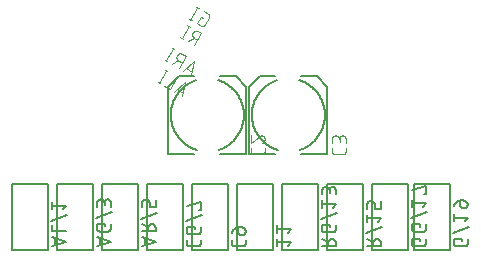
<source format=gbo>
G04 EAGLE Gerber RS-274X export*
G75*
%MOMM*%
%FSLAX34Y34*%
%LPD*%
%INBottom Silkscreen*%
%IPPOS*%
%AMOC8*
5,1,8,0,0,1.08239X$1,22.5*%
G01*
%ADD10C,0.152400*%
%ADD11C,0.127000*%
%ADD12C,0.203200*%
%ADD13C,0.101600*%


D10*
X0Y43180D02*
X30480Y43180D01*
X30480Y-12700D01*
X0Y-12700D01*
X0Y43180D01*
D11*
X33655Y-9525D02*
X45085Y-5715D01*
X33655Y-1905D01*
X36513Y-2858D02*
X36513Y-8573D01*
X33655Y2946D02*
X45085Y2946D01*
X33655Y2946D02*
X33655Y8026D01*
X32385Y11938D02*
X46355Y17018D01*
X42545Y21590D02*
X45085Y24765D01*
X33655Y24765D01*
X33655Y21590D02*
X33655Y27940D01*
D10*
X38100Y43180D02*
X68580Y43180D01*
X68580Y-12700D01*
X38100Y-12700D01*
X38100Y43180D01*
D11*
X71755Y-9525D02*
X83185Y-5715D01*
X71755Y-1905D01*
X74613Y-2858D02*
X74613Y-8573D01*
X78105Y7366D02*
X78105Y9271D01*
X71755Y9271D01*
X71755Y5461D01*
X71757Y5361D01*
X71763Y5262D01*
X71773Y5162D01*
X71786Y5064D01*
X71804Y4965D01*
X71825Y4868D01*
X71850Y4772D01*
X71879Y4676D01*
X71912Y4582D01*
X71948Y4489D01*
X71988Y4398D01*
X72032Y4308D01*
X72079Y4220D01*
X72129Y4134D01*
X72183Y4050D01*
X72240Y3968D01*
X72300Y3889D01*
X72364Y3811D01*
X72430Y3737D01*
X72499Y3665D01*
X72571Y3596D01*
X72645Y3530D01*
X72723Y3466D01*
X72802Y3406D01*
X72884Y3349D01*
X72968Y3295D01*
X73054Y3245D01*
X73142Y3198D01*
X73232Y3154D01*
X73323Y3114D01*
X73416Y3078D01*
X73510Y3045D01*
X73606Y3016D01*
X73702Y2991D01*
X73799Y2970D01*
X73898Y2952D01*
X73996Y2939D01*
X74096Y2929D01*
X74195Y2923D01*
X74295Y2921D01*
X80645Y2921D01*
X80745Y2923D01*
X80844Y2929D01*
X80944Y2939D01*
X81042Y2952D01*
X81141Y2970D01*
X81238Y2991D01*
X81334Y3016D01*
X81430Y3045D01*
X81524Y3078D01*
X81617Y3114D01*
X81708Y3154D01*
X81798Y3198D01*
X81886Y3245D01*
X81972Y3295D01*
X82056Y3349D01*
X82138Y3406D01*
X82217Y3466D01*
X82295Y3530D01*
X82369Y3596D01*
X82441Y3665D01*
X82510Y3737D01*
X82576Y3811D01*
X82640Y3889D01*
X82700Y3968D01*
X82757Y4050D01*
X82811Y4134D01*
X82861Y4220D01*
X82908Y4308D01*
X82952Y4398D01*
X82992Y4489D01*
X83028Y4582D01*
X83061Y4676D01*
X83090Y4772D01*
X83115Y4868D01*
X83136Y4965D01*
X83154Y5064D01*
X83167Y5162D01*
X83177Y5262D01*
X83183Y5361D01*
X83185Y5461D01*
X83185Y9271D01*
X84455Y19304D02*
X70485Y14224D01*
X71755Y23876D02*
X71755Y27051D01*
X71757Y27162D01*
X71763Y27272D01*
X71772Y27383D01*
X71786Y27493D01*
X71803Y27602D01*
X71824Y27711D01*
X71849Y27819D01*
X71878Y27926D01*
X71910Y28032D01*
X71946Y28137D01*
X71986Y28240D01*
X72029Y28342D01*
X72076Y28443D01*
X72127Y28542D01*
X72180Y28638D01*
X72237Y28733D01*
X72298Y28826D01*
X72361Y28917D01*
X72428Y29006D01*
X72498Y29092D01*
X72571Y29175D01*
X72646Y29257D01*
X72724Y29335D01*
X72806Y29410D01*
X72889Y29483D01*
X72975Y29553D01*
X73064Y29620D01*
X73155Y29683D01*
X73248Y29744D01*
X73343Y29801D01*
X73439Y29854D01*
X73538Y29905D01*
X73639Y29952D01*
X73741Y29995D01*
X73844Y30035D01*
X73949Y30071D01*
X74055Y30103D01*
X74162Y30132D01*
X74270Y30157D01*
X74379Y30178D01*
X74488Y30195D01*
X74598Y30209D01*
X74709Y30218D01*
X74819Y30224D01*
X74930Y30226D01*
X75041Y30224D01*
X75151Y30218D01*
X75262Y30209D01*
X75372Y30195D01*
X75481Y30178D01*
X75590Y30157D01*
X75698Y30132D01*
X75805Y30103D01*
X75911Y30071D01*
X76016Y30035D01*
X76119Y29995D01*
X76221Y29952D01*
X76322Y29905D01*
X76421Y29854D01*
X76518Y29801D01*
X76612Y29744D01*
X76705Y29683D01*
X76796Y29620D01*
X76885Y29553D01*
X76971Y29483D01*
X77054Y29410D01*
X77136Y29335D01*
X77214Y29257D01*
X77289Y29175D01*
X77362Y29092D01*
X77432Y29006D01*
X77499Y28917D01*
X77562Y28826D01*
X77623Y28733D01*
X77680Y28639D01*
X77733Y28542D01*
X77784Y28443D01*
X77831Y28342D01*
X77874Y28240D01*
X77914Y28137D01*
X77950Y28032D01*
X77982Y27926D01*
X78011Y27819D01*
X78036Y27711D01*
X78057Y27602D01*
X78074Y27493D01*
X78088Y27383D01*
X78097Y27272D01*
X78103Y27162D01*
X78105Y27051D01*
X83185Y27686D02*
X83185Y23876D01*
X83185Y27686D02*
X83183Y27786D01*
X83177Y27885D01*
X83167Y27985D01*
X83154Y28083D01*
X83136Y28182D01*
X83115Y28279D01*
X83090Y28375D01*
X83061Y28471D01*
X83028Y28565D01*
X82992Y28658D01*
X82952Y28749D01*
X82908Y28839D01*
X82861Y28927D01*
X82811Y29013D01*
X82757Y29097D01*
X82700Y29179D01*
X82640Y29258D01*
X82576Y29336D01*
X82510Y29410D01*
X82441Y29482D01*
X82369Y29551D01*
X82295Y29617D01*
X82217Y29681D01*
X82138Y29741D01*
X82056Y29798D01*
X81972Y29852D01*
X81886Y29902D01*
X81798Y29949D01*
X81708Y29993D01*
X81617Y30033D01*
X81524Y30069D01*
X81430Y30102D01*
X81334Y30131D01*
X81238Y30156D01*
X81141Y30177D01*
X81042Y30195D01*
X80944Y30208D01*
X80844Y30218D01*
X80745Y30224D01*
X80645Y30226D01*
X80545Y30224D01*
X80446Y30218D01*
X80346Y30208D01*
X80248Y30195D01*
X80149Y30177D01*
X80052Y30156D01*
X79956Y30131D01*
X79860Y30102D01*
X79766Y30069D01*
X79673Y30033D01*
X79582Y29993D01*
X79492Y29949D01*
X79404Y29902D01*
X79318Y29852D01*
X79234Y29798D01*
X79152Y29741D01*
X79073Y29681D01*
X78995Y29617D01*
X78921Y29551D01*
X78849Y29482D01*
X78780Y29410D01*
X78714Y29336D01*
X78650Y29258D01*
X78590Y29179D01*
X78533Y29097D01*
X78479Y29013D01*
X78429Y28927D01*
X78382Y28839D01*
X78338Y28749D01*
X78298Y28658D01*
X78262Y28565D01*
X78229Y28471D01*
X78200Y28375D01*
X78175Y28279D01*
X78154Y28182D01*
X78136Y28083D01*
X78123Y27985D01*
X78113Y27885D01*
X78107Y27786D01*
X78105Y27686D01*
X78105Y25146D01*
D10*
X76200Y43180D02*
X106680Y43180D01*
X106680Y-12700D01*
X76200Y-12700D01*
X76200Y43180D01*
D11*
X109855Y-9525D02*
X121285Y-5715D01*
X109855Y-1905D01*
X112713Y-2858D02*
X112713Y-8573D01*
X109855Y3004D02*
X121285Y3004D01*
X121285Y6179D01*
X121283Y6290D01*
X121277Y6400D01*
X121268Y6511D01*
X121254Y6621D01*
X121237Y6730D01*
X121216Y6839D01*
X121191Y6947D01*
X121162Y7054D01*
X121130Y7160D01*
X121094Y7265D01*
X121054Y7368D01*
X121011Y7470D01*
X120964Y7571D01*
X120913Y7670D01*
X120860Y7767D01*
X120803Y7861D01*
X120742Y7954D01*
X120679Y8045D01*
X120612Y8134D01*
X120542Y8220D01*
X120469Y8303D01*
X120394Y8385D01*
X120316Y8463D01*
X120234Y8538D01*
X120151Y8611D01*
X120065Y8681D01*
X119976Y8748D01*
X119885Y8811D01*
X119792Y8872D01*
X119698Y8929D01*
X119601Y8982D01*
X119502Y9033D01*
X119401Y9080D01*
X119299Y9123D01*
X119196Y9163D01*
X119091Y9199D01*
X118985Y9231D01*
X118878Y9260D01*
X118770Y9285D01*
X118661Y9306D01*
X118552Y9323D01*
X118442Y9337D01*
X118331Y9346D01*
X118221Y9352D01*
X118110Y9354D01*
X117999Y9352D01*
X117889Y9346D01*
X117778Y9337D01*
X117668Y9323D01*
X117559Y9306D01*
X117450Y9285D01*
X117342Y9260D01*
X117235Y9231D01*
X117129Y9199D01*
X117024Y9163D01*
X116921Y9123D01*
X116819Y9080D01*
X116718Y9033D01*
X116619Y8982D01*
X116523Y8929D01*
X116428Y8872D01*
X116335Y8811D01*
X116244Y8748D01*
X116155Y8681D01*
X116069Y8611D01*
X115986Y8538D01*
X115904Y8463D01*
X115826Y8385D01*
X115751Y8303D01*
X115678Y8220D01*
X115608Y8134D01*
X115541Y8045D01*
X115478Y7954D01*
X115417Y7861D01*
X115360Y7766D01*
X115307Y7670D01*
X115256Y7571D01*
X115209Y7470D01*
X115166Y7368D01*
X115126Y7265D01*
X115090Y7160D01*
X115058Y7054D01*
X115029Y6947D01*
X115004Y6839D01*
X114983Y6730D01*
X114966Y6621D01*
X114952Y6511D01*
X114943Y6400D01*
X114937Y6290D01*
X114935Y6179D01*
X114935Y3004D01*
X114935Y6814D02*
X109855Y9354D01*
X108585Y13843D02*
X122555Y18923D01*
X109855Y23495D02*
X109855Y27305D01*
X109857Y27405D01*
X109863Y27504D01*
X109873Y27604D01*
X109886Y27702D01*
X109904Y27801D01*
X109925Y27898D01*
X109950Y27994D01*
X109979Y28090D01*
X110012Y28184D01*
X110048Y28277D01*
X110088Y28368D01*
X110132Y28458D01*
X110179Y28546D01*
X110229Y28632D01*
X110283Y28716D01*
X110340Y28798D01*
X110400Y28877D01*
X110464Y28955D01*
X110530Y29029D01*
X110599Y29101D01*
X110671Y29170D01*
X110745Y29236D01*
X110823Y29300D01*
X110902Y29360D01*
X110984Y29417D01*
X111068Y29471D01*
X111154Y29521D01*
X111242Y29568D01*
X111332Y29612D01*
X111423Y29652D01*
X111516Y29688D01*
X111610Y29721D01*
X111706Y29750D01*
X111802Y29775D01*
X111899Y29796D01*
X111998Y29814D01*
X112096Y29827D01*
X112196Y29837D01*
X112295Y29843D01*
X112395Y29845D01*
X113665Y29845D01*
X113765Y29843D01*
X113864Y29837D01*
X113964Y29827D01*
X114062Y29814D01*
X114161Y29796D01*
X114258Y29775D01*
X114354Y29750D01*
X114450Y29721D01*
X114544Y29688D01*
X114637Y29652D01*
X114728Y29612D01*
X114818Y29568D01*
X114906Y29521D01*
X114992Y29471D01*
X115076Y29417D01*
X115158Y29360D01*
X115237Y29300D01*
X115315Y29236D01*
X115389Y29170D01*
X115461Y29101D01*
X115530Y29029D01*
X115596Y28955D01*
X115660Y28877D01*
X115720Y28798D01*
X115777Y28716D01*
X115831Y28632D01*
X115881Y28546D01*
X115928Y28458D01*
X115972Y28368D01*
X116012Y28277D01*
X116048Y28184D01*
X116081Y28090D01*
X116110Y27994D01*
X116135Y27898D01*
X116156Y27801D01*
X116174Y27702D01*
X116187Y27604D01*
X116197Y27504D01*
X116203Y27405D01*
X116205Y27305D01*
X116205Y23495D01*
X121285Y23495D01*
X121285Y29845D01*
D10*
X114300Y43180D02*
X144780Y43180D01*
X144780Y-12700D01*
X114300Y-12700D01*
X114300Y43180D01*
D11*
X147955Y-4445D02*
X147955Y-6985D01*
X147957Y-7085D01*
X147963Y-7184D01*
X147973Y-7284D01*
X147986Y-7382D01*
X148004Y-7481D01*
X148025Y-7578D01*
X148050Y-7674D01*
X148079Y-7770D01*
X148112Y-7864D01*
X148148Y-7957D01*
X148188Y-8048D01*
X148232Y-8138D01*
X148279Y-8226D01*
X148329Y-8312D01*
X148383Y-8396D01*
X148440Y-8478D01*
X148500Y-8557D01*
X148564Y-8635D01*
X148630Y-8709D01*
X148699Y-8781D01*
X148771Y-8850D01*
X148845Y-8916D01*
X148923Y-8980D01*
X149002Y-9040D01*
X149084Y-9097D01*
X149168Y-9151D01*
X149254Y-9201D01*
X149342Y-9248D01*
X149432Y-9292D01*
X149523Y-9332D01*
X149616Y-9368D01*
X149710Y-9401D01*
X149806Y-9430D01*
X149902Y-9455D01*
X149999Y-9476D01*
X150098Y-9494D01*
X150196Y-9507D01*
X150296Y-9517D01*
X150395Y-9523D01*
X150495Y-9525D01*
X156845Y-9525D01*
X156945Y-9523D01*
X157044Y-9517D01*
X157144Y-9507D01*
X157242Y-9494D01*
X157341Y-9476D01*
X157438Y-9455D01*
X157534Y-9430D01*
X157630Y-9401D01*
X157724Y-9368D01*
X157817Y-9332D01*
X157908Y-9292D01*
X157998Y-9248D01*
X158086Y-9201D01*
X158172Y-9151D01*
X158256Y-9097D01*
X158338Y-9040D01*
X158417Y-8980D01*
X158495Y-8916D01*
X158569Y-8850D01*
X158641Y-8781D01*
X158710Y-8709D01*
X158776Y-8635D01*
X158840Y-8557D01*
X158900Y-8478D01*
X158957Y-8396D01*
X159011Y-8312D01*
X159061Y-8226D01*
X159108Y-8138D01*
X159152Y-8048D01*
X159192Y-7957D01*
X159228Y-7864D01*
X159261Y-7770D01*
X159290Y-7674D01*
X159315Y-7578D01*
X159336Y-7481D01*
X159354Y-7382D01*
X159367Y-7284D01*
X159377Y-7184D01*
X159383Y-7085D01*
X159385Y-6985D01*
X159385Y-4445D01*
X154305Y4863D02*
X154305Y6768D01*
X147955Y6768D01*
X147955Y2958D01*
X147957Y2858D01*
X147963Y2759D01*
X147973Y2659D01*
X147986Y2561D01*
X148004Y2462D01*
X148025Y2365D01*
X148050Y2269D01*
X148079Y2173D01*
X148112Y2079D01*
X148148Y1986D01*
X148188Y1895D01*
X148232Y1805D01*
X148279Y1717D01*
X148329Y1631D01*
X148383Y1547D01*
X148440Y1465D01*
X148500Y1386D01*
X148564Y1308D01*
X148630Y1234D01*
X148699Y1162D01*
X148771Y1093D01*
X148845Y1027D01*
X148923Y963D01*
X149002Y903D01*
X149084Y846D01*
X149168Y792D01*
X149254Y742D01*
X149342Y695D01*
X149432Y651D01*
X149523Y611D01*
X149616Y575D01*
X149710Y542D01*
X149806Y513D01*
X149902Y488D01*
X149999Y467D01*
X150098Y449D01*
X150196Y436D01*
X150296Y426D01*
X150395Y420D01*
X150495Y418D01*
X156845Y418D01*
X156945Y420D01*
X157044Y426D01*
X157144Y436D01*
X157242Y449D01*
X157341Y467D01*
X157438Y488D01*
X157534Y513D01*
X157630Y542D01*
X157724Y575D01*
X157817Y611D01*
X157908Y651D01*
X157998Y695D01*
X158086Y742D01*
X158172Y792D01*
X158256Y846D01*
X158338Y903D01*
X158417Y963D01*
X158495Y1027D01*
X158569Y1093D01*
X158641Y1162D01*
X158710Y1234D01*
X158776Y1308D01*
X158840Y1386D01*
X158900Y1465D01*
X158957Y1547D01*
X159011Y1631D01*
X159061Y1717D01*
X159108Y1805D01*
X159152Y1895D01*
X159192Y1986D01*
X159228Y2079D01*
X159261Y2173D01*
X159290Y2269D01*
X159315Y2365D01*
X159336Y2462D01*
X159354Y2561D01*
X159367Y2659D01*
X159377Y2759D01*
X159383Y2858D01*
X159385Y2958D01*
X159385Y6768D01*
X160655Y16801D02*
X146685Y11721D01*
X158115Y21373D02*
X159385Y21373D01*
X159385Y27723D01*
X147955Y24548D01*
D10*
X152400Y43180D02*
X182880Y43180D01*
X182880Y-12700D01*
X152400Y-12700D01*
X152400Y43180D01*
D11*
X186055Y-4445D02*
X186055Y-6985D01*
X186057Y-7085D01*
X186063Y-7184D01*
X186073Y-7284D01*
X186086Y-7382D01*
X186104Y-7481D01*
X186125Y-7578D01*
X186150Y-7674D01*
X186179Y-7770D01*
X186212Y-7864D01*
X186248Y-7957D01*
X186288Y-8048D01*
X186332Y-8138D01*
X186379Y-8226D01*
X186429Y-8312D01*
X186483Y-8396D01*
X186540Y-8478D01*
X186600Y-8557D01*
X186664Y-8635D01*
X186730Y-8709D01*
X186799Y-8781D01*
X186871Y-8850D01*
X186945Y-8916D01*
X187023Y-8980D01*
X187102Y-9040D01*
X187184Y-9097D01*
X187268Y-9151D01*
X187354Y-9201D01*
X187442Y-9248D01*
X187532Y-9292D01*
X187623Y-9332D01*
X187716Y-9368D01*
X187810Y-9401D01*
X187906Y-9430D01*
X188002Y-9455D01*
X188099Y-9476D01*
X188198Y-9494D01*
X188296Y-9507D01*
X188396Y-9517D01*
X188495Y-9523D01*
X188595Y-9525D01*
X194945Y-9525D01*
X195045Y-9523D01*
X195144Y-9517D01*
X195244Y-9507D01*
X195342Y-9494D01*
X195441Y-9476D01*
X195538Y-9455D01*
X195634Y-9430D01*
X195730Y-9401D01*
X195824Y-9368D01*
X195917Y-9332D01*
X196008Y-9292D01*
X196098Y-9248D01*
X196186Y-9201D01*
X196272Y-9151D01*
X196356Y-9097D01*
X196438Y-9040D01*
X196517Y-8980D01*
X196595Y-8916D01*
X196669Y-8850D01*
X196741Y-8781D01*
X196810Y-8709D01*
X196876Y-8635D01*
X196940Y-8557D01*
X197000Y-8478D01*
X197057Y-8396D01*
X197111Y-8312D01*
X197161Y-8226D01*
X197208Y-8138D01*
X197252Y-8048D01*
X197292Y-7957D01*
X197328Y-7864D01*
X197361Y-7770D01*
X197390Y-7674D01*
X197415Y-7578D01*
X197436Y-7481D01*
X197454Y-7382D01*
X197467Y-7284D01*
X197477Y-7184D01*
X197483Y-7085D01*
X197485Y-6985D01*
X197485Y-4445D01*
X191135Y2577D02*
X191135Y6387D01*
X191135Y2577D02*
X191137Y2477D01*
X191143Y2378D01*
X191153Y2278D01*
X191166Y2180D01*
X191184Y2081D01*
X191205Y1984D01*
X191230Y1888D01*
X191259Y1792D01*
X191292Y1698D01*
X191328Y1605D01*
X191368Y1514D01*
X191412Y1424D01*
X191459Y1336D01*
X191509Y1250D01*
X191563Y1166D01*
X191620Y1084D01*
X191680Y1005D01*
X191744Y927D01*
X191810Y853D01*
X191879Y781D01*
X191951Y712D01*
X192025Y646D01*
X192103Y582D01*
X192182Y522D01*
X192264Y465D01*
X192348Y411D01*
X192434Y361D01*
X192522Y314D01*
X192612Y270D01*
X192703Y230D01*
X192796Y194D01*
X192890Y161D01*
X192986Y132D01*
X193082Y107D01*
X193179Y86D01*
X193278Y68D01*
X193376Y55D01*
X193476Y45D01*
X193575Y39D01*
X193675Y37D01*
X194310Y37D01*
X194421Y39D01*
X194531Y45D01*
X194642Y54D01*
X194752Y68D01*
X194861Y85D01*
X194970Y106D01*
X195078Y131D01*
X195185Y160D01*
X195291Y192D01*
X195396Y228D01*
X195499Y268D01*
X195601Y311D01*
X195702Y358D01*
X195801Y409D01*
X195897Y462D01*
X195992Y519D01*
X196085Y580D01*
X196176Y643D01*
X196265Y710D01*
X196351Y780D01*
X196434Y853D01*
X196516Y928D01*
X196594Y1006D01*
X196669Y1088D01*
X196742Y1171D01*
X196812Y1257D01*
X196879Y1346D01*
X196942Y1437D01*
X197003Y1530D01*
X197060Y1624D01*
X197113Y1721D01*
X197164Y1820D01*
X197211Y1921D01*
X197254Y2023D01*
X197294Y2126D01*
X197330Y2231D01*
X197362Y2337D01*
X197391Y2444D01*
X197416Y2552D01*
X197437Y2661D01*
X197454Y2770D01*
X197468Y2880D01*
X197477Y2991D01*
X197483Y3101D01*
X197485Y3212D01*
X197483Y3323D01*
X197477Y3433D01*
X197468Y3544D01*
X197454Y3654D01*
X197437Y3763D01*
X197416Y3872D01*
X197391Y3980D01*
X197362Y4087D01*
X197330Y4193D01*
X197294Y4298D01*
X197254Y4401D01*
X197211Y4503D01*
X197164Y4604D01*
X197113Y4703D01*
X197060Y4799D01*
X197003Y4894D01*
X196942Y4987D01*
X196879Y5078D01*
X196812Y5167D01*
X196742Y5253D01*
X196669Y5336D01*
X196594Y5418D01*
X196516Y5496D01*
X196434Y5571D01*
X196351Y5644D01*
X196265Y5714D01*
X196176Y5781D01*
X196085Y5844D01*
X195992Y5905D01*
X195898Y5962D01*
X195801Y6015D01*
X195702Y6066D01*
X195601Y6113D01*
X195499Y6156D01*
X195396Y6196D01*
X195291Y6232D01*
X195185Y6264D01*
X195078Y6293D01*
X194970Y6318D01*
X194861Y6339D01*
X194752Y6356D01*
X194642Y6370D01*
X194531Y6379D01*
X194421Y6385D01*
X194310Y6387D01*
X191135Y6387D01*
X190995Y6385D01*
X190855Y6379D01*
X190715Y6370D01*
X190576Y6356D01*
X190437Y6339D01*
X190299Y6318D01*
X190161Y6293D01*
X190024Y6264D01*
X189888Y6232D01*
X189753Y6195D01*
X189619Y6155D01*
X189486Y6112D01*
X189354Y6064D01*
X189223Y6014D01*
X189094Y5959D01*
X188967Y5901D01*
X188841Y5840D01*
X188717Y5775D01*
X188595Y5706D01*
X188475Y5635D01*
X188357Y5560D01*
X188240Y5482D01*
X188126Y5400D01*
X188015Y5316D01*
X187906Y5228D01*
X187799Y5138D01*
X187694Y5044D01*
X187593Y4948D01*
X187494Y4849D01*
X187398Y4748D01*
X187304Y4643D01*
X187214Y4536D01*
X187126Y4427D01*
X187042Y4316D01*
X186960Y4202D01*
X186882Y4085D01*
X186807Y3967D01*
X186736Y3847D01*
X186667Y3725D01*
X186602Y3601D01*
X186541Y3475D01*
X186483Y3348D01*
X186428Y3219D01*
X186378Y3088D01*
X186330Y2956D01*
X186287Y2823D01*
X186247Y2689D01*
X186210Y2554D01*
X186178Y2418D01*
X186149Y2281D01*
X186124Y2143D01*
X186103Y2005D01*
X186086Y1866D01*
X186072Y1727D01*
X186063Y1587D01*
X186057Y1447D01*
X186055Y1307D01*
D10*
X190500Y43180D02*
X220980Y43180D01*
X220980Y-12700D01*
X190500Y-12700D01*
X190500Y43180D01*
D11*
X235585Y-6350D02*
X233045Y-9525D01*
X235585Y-6350D02*
X224155Y-6350D01*
X224155Y-9525D02*
X224155Y-3175D01*
X233045Y1905D02*
X235585Y5080D01*
X224155Y5080D01*
X224155Y1905D02*
X224155Y8255D01*
D10*
X228600Y43180D02*
X259080Y43180D01*
X259080Y-12700D01*
X228600Y-12700D01*
X228600Y43180D01*
D11*
X262255Y-9525D02*
X273685Y-9525D01*
X273685Y-6350D01*
X273683Y-6239D01*
X273677Y-6129D01*
X273668Y-6018D01*
X273654Y-5908D01*
X273637Y-5799D01*
X273616Y-5690D01*
X273591Y-5582D01*
X273562Y-5475D01*
X273530Y-5369D01*
X273494Y-5264D01*
X273454Y-5161D01*
X273411Y-5059D01*
X273364Y-4958D01*
X273313Y-4859D01*
X273260Y-4763D01*
X273203Y-4668D01*
X273142Y-4575D01*
X273079Y-4484D01*
X273012Y-4395D01*
X272942Y-4309D01*
X272869Y-4226D01*
X272794Y-4144D01*
X272716Y-4066D01*
X272634Y-3991D01*
X272551Y-3918D01*
X272465Y-3848D01*
X272376Y-3781D01*
X272285Y-3718D01*
X272192Y-3657D01*
X272098Y-3600D01*
X272001Y-3547D01*
X271902Y-3496D01*
X271801Y-3449D01*
X271699Y-3406D01*
X271596Y-3366D01*
X271491Y-3330D01*
X271385Y-3298D01*
X271278Y-3269D01*
X271170Y-3244D01*
X271061Y-3223D01*
X270952Y-3206D01*
X270842Y-3192D01*
X270731Y-3183D01*
X270621Y-3177D01*
X270510Y-3175D01*
X270399Y-3177D01*
X270289Y-3183D01*
X270178Y-3192D01*
X270068Y-3206D01*
X269959Y-3223D01*
X269850Y-3244D01*
X269742Y-3269D01*
X269635Y-3298D01*
X269529Y-3330D01*
X269424Y-3366D01*
X269321Y-3406D01*
X269219Y-3449D01*
X269118Y-3496D01*
X269019Y-3547D01*
X268923Y-3600D01*
X268828Y-3657D01*
X268735Y-3718D01*
X268644Y-3781D01*
X268555Y-3848D01*
X268469Y-3918D01*
X268386Y-3991D01*
X268304Y-4066D01*
X268226Y-4144D01*
X268151Y-4226D01*
X268078Y-4309D01*
X268008Y-4395D01*
X267941Y-4484D01*
X267878Y-4575D01*
X267817Y-4668D01*
X267760Y-4763D01*
X267707Y-4859D01*
X267656Y-4958D01*
X267609Y-5059D01*
X267566Y-5161D01*
X267526Y-5264D01*
X267490Y-5369D01*
X267458Y-5475D01*
X267429Y-5582D01*
X267404Y-5690D01*
X267383Y-5799D01*
X267366Y-5908D01*
X267352Y-6018D01*
X267343Y-6129D01*
X267337Y-6239D01*
X267335Y-6350D01*
X267335Y-9525D01*
X267335Y-5715D02*
X262255Y-3175D01*
X268605Y6648D02*
X268605Y8553D01*
X262255Y8553D01*
X262255Y4743D01*
X262257Y4643D01*
X262263Y4544D01*
X262273Y4444D01*
X262286Y4346D01*
X262304Y4247D01*
X262325Y4150D01*
X262350Y4054D01*
X262379Y3958D01*
X262412Y3864D01*
X262448Y3771D01*
X262488Y3680D01*
X262532Y3590D01*
X262579Y3502D01*
X262629Y3416D01*
X262683Y3332D01*
X262740Y3250D01*
X262800Y3171D01*
X262864Y3093D01*
X262930Y3019D01*
X262999Y2947D01*
X263071Y2878D01*
X263145Y2812D01*
X263223Y2748D01*
X263302Y2688D01*
X263384Y2631D01*
X263468Y2577D01*
X263554Y2527D01*
X263642Y2480D01*
X263732Y2436D01*
X263823Y2396D01*
X263916Y2360D01*
X264010Y2327D01*
X264106Y2298D01*
X264202Y2273D01*
X264299Y2252D01*
X264398Y2234D01*
X264496Y2221D01*
X264596Y2211D01*
X264695Y2205D01*
X264795Y2203D01*
X271145Y2203D01*
X271245Y2205D01*
X271344Y2211D01*
X271444Y2221D01*
X271542Y2234D01*
X271641Y2252D01*
X271738Y2273D01*
X271834Y2298D01*
X271930Y2327D01*
X272024Y2360D01*
X272117Y2396D01*
X272208Y2436D01*
X272298Y2480D01*
X272386Y2527D01*
X272472Y2577D01*
X272556Y2631D01*
X272638Y2688D01*
X272717Y2748D01*
X272795Y2812D01*
X272869Y2878D01*
X272941Y2947D01*
X273010Y3019D01*
X273076Y3093D01*
X273140Y3171D01*
X273200Y3250D01*
X273257Y3332D01*
X273311Y3416D01*
X273361Y3502D01*
X273408Y3590D01*
X273452Y3680D01*
X273492Y3771D01*
X273528Y3864D01*
X273561Y3958D01*
X273590Y4054D01*
X273615Y4150D01*
X273636Y4247D01*
X273654Y4346D01*
X273667Y4444D01*
X273677Y4544D01*
X273683Y4643D01*
X273685Y4743D01*
X273685Y8553D01*
X274955Y18586D02*
X260985Y13506D01*
X271145Y23158D02*
X273685Y26333D01*
X262255Y26333D01*
X262255Y23158D02*
X262255Y29508D01*
X262255Y34588D02*
X262255Y37763D01*
X262257Y37874D01*
X262263Y37984D01*
X262272Y38095D01*
X262286Y38205D01*
X262303Y38314D01*
X262324Y38423D01*
X262349Y38531D01*
X262378Y38638D01*
X262410Y38744D01*
X262446Y38849D01*
X262486Y38952D01*
X262529Y39054D01*
X262576Y39155D01*
X262627Y39254D01*
X262680Y39350D01*
X262737Y39445D01*
X262798Y39538D01*
X262861Y39629D01*
X262928Y39718D01*
X262998Y39804D01*
X263071Y39887D01*
X263146Y39969D01*
X263224Y40047D01*
X263306Y40122D01*
X263389Y40195D01*
X263475Y40265D01*
X263564Y40332D01*
X263655Y40395D01*
X263748Y40456D01*
X263843Y40513D01*
X263939Y40566D01*
X264038Y40617D01*
X264139Y40664D01*
X264241Y40707D01*
X264344Y40747D01*
X264449Y40783D01*
X264555Y40815D01*
X264662Y40844D01*
X264770Y40869D01*
X264879Y40890D01*
X264988Y40907D01*
X265098Y40921D01*
X265209Y40930D01*
X265319Y40936D01*
X265430Y40938D01*
X265541Y40936D01*
X265651Y40930D01*
X265762Y40921D01*
X265872Y40907D01*
X265981Y40890D01*
X266090Y40869D01*
X266198Y40844D01*
X266305Y40815D01*
X266411Y40783D01*
X266516Y40747D01*
X266619Y40707D01*
X266721Y40664D01*
X266822Y40617D01*
X266921Y40566D01*
X267018Y40513D01*
X267112Y40456D01*
X267205Y40395D01*
X267296Y40332D01*
X267385Y40265D01*
X267471Y40195D01*
X267554Y40122D01*
X267636Y40047D01*
X267714Y39969D01*
X267789Y39887D01*
X267862Y39804D01*
X267932Y39718D01*
X267999Y39629D01*
X268062Y39538D01*
X268123Y39445D01*
X268180Y39351D01*
X268233Y39254D01*
X268284Y39155D01*
X268331Y39054D01*
X268374Y38952D01*
X268414Y38849D01*
X268450Y38744D01*
X268482Y38638D01*
X268511Y38531D01*
X268536Y38423D01*
X268557Y38314D01*
X268574Y38205D01*
X268588Y38095D01*
X268597Y37984D01*
X268603Y37874D01*
X268605Y37763D01*
X273685Y38398D02*
X273685Y34588D01*
X273685Y38398D02*
X273683Y38498D01*
X273677Y38597D01*
X273667Y38697D01*
X273654Y38795D01*
X273636Y38894D01*
X273615Y38991D01*
X273590Y39087D01*
X273561Y39183D01*
X273528Y39277D01*
X273492Y39370D01*
X273452Y39461D01*
X273408Y39551D01*
X273361Y39639D01*
X273311Y39725D01*
X273257Y39809D01*
X273200Y39891D01*
X273140Y39970D01*
X273076Y40048D01*
X273010Y40122D01*
X272941Y40194D01*
X272869Y40263D01*
X272795Y40329D01*
X272717Y40393D01*
X272638Y40453D01*
X272556Y40510D01*
X272472Y40564D01*
X272386Y40614D01*
X272298Y40661D01*
X272208Y40705D01*
X272117Y40745D01*
X272024Y40781D01*
X271930Y40814D01*
X271834Y40843D01*
X271738Y40868D01*
X271641Y40889D01*
X271542Y40907D01*
X271444Y40920D01*
X271344Y40930D01*
X271245Y40936D01*
X271145Y40938D01*
X271045Y40936D01*
X270946Y40930D01*
X270846Y40920D01*
X270748Y40907D01*
X270649Y40889D01*
X270552Y40868D01*
X270456Y40843D01*
X270360Y40814D01*
X270266Y40781D01*
X270173Y40745D01*
X270082Y40705D01*
X269992Y40661D01*
X269904Y40614D01*
X269818Y40564D01*
X269734Y40510D01*
X269652Y40453D01*
X269573Y40393D01*
X269495Y40329D01*
X269421Y40263D01*
X269349Y40194D01*
X269280Y40122D01*
X269214Y40048D01*
X269150Y39970D01*
X269090Y39891D01*
X269033Y39809D01*
X268979Y39725D01*
X268929Y39639D01*
X268882Y39551D01*
X268838Y39461D01*
X268798Y39370D01*
X268762Y39277D01*
X268729Y39183D01*
X268700Y39087D01*
X268675Y38991D01*
X268654Y38894D01*
X268636Y38795D01*
X268623Y38697D01*
X268613Y38597D01*
X268607Y38498D01*
X268605Y38398D01*
X268605Y35858D01*
D10*
X266700Y43180D02*
X297180Y43180D01*
X297180Y-12700D01*
X266700Y-12700D01*
X266700Y43180D01*
D11*
X300355Y-9525D02*
X311785Y-9525D01*
X311785Y-6350D01*
X311783Y-6239D01*
X311777Y-6129D01*
X311768Y-6018D01*
X311754Y-5908D01*
X311737Y-5799D01*
X311716Y-5690D01*
X311691Y-5582D01*
X311662Y-5475D01*
X311630Y-5369D01*
X311594Y-5264D01*
X311554Y-5161D01*
X311511Y-5059D01*
X311464Y-4958D01*
X311413Y-4859D01*
X311360Y-4763D01*
X311303Y-4668D01*
X311242Y-4575D01*
X311179Y-4484D01*
X311112Y-4395D01*
X311042Y-4309D01*
X310969Y-4226D01*
X310894Y-4144D01*
X310816Y-4066D01*
X310734Y-3991D01*
X310651Y-3918D01*
X310565Y-3848D01*
X310476Y-3781D01*
X310385Y-3718D01*
X310292Y-3657D01*
X310198Y-3600D01*
X310101Y-3547D01*
X310002Y-3496D01*
X309901Y-3449D01*
X309799Y-3406D01*
X309696Y-3366D01*
X309591Y-3330D01*
X309485Y-3298D01*
X309378Y-3269D01*
X309270Y-3244D01*
X309161Y-3223D01*
X309052Y-3206D01*
X308942Y-3192D01*
X308831Y-3183D01*
X308721Y-3177D01*
X308610Y-3175D01*
X308499Y-3177D01*
X308389Y-3183D01*
X308278Y-3192D01*
X308168Y-3206D01*
X308059Y-3223D01*
X307950Y-3244D01*
X307842Y-3269D01*
X307735Y-3298D01*
X307629Y-3330D01*
X307524Y-3366D01*
X307421Y-3406D01*
X307319Y-3449D01*
X307218Y-3496D01*
X307119Y-3547D01*
X307023Y-3600D01*
X306928Y-3657D01*
X306835Y-3718D01*
X306744Y-3781D01*
X306655Y-3848D01*
X306569Y-3918D01*
X306486Y-3991D01*
X306404Y-4066D01*
X306326Y-4144D01*
X306251Y-4226D01*
X306178Y-4309D01*
X306108Y-4395D01*
X306041Y-4484D01*
X305978Y-4575D01*
X305917Y-4668D01*
X305860Y-4763D01*
X305807Y-4859D01*
X305756Y-4958D01*
X305709Y-5059D01*
X305666Y-5161D01*
X305626Y-5264D01*
X305590Y-5369D01*
X305558Y-5475D01*
X305529Y-5582D01*
X305504Y-5690D01*
X305483Y-5799D01*
X305466Y-5908D01*
X305452Y-6018D01*
X305443Y-6129D01*
X305437Y-6239D01*
X305435Y-6350D01*
X305435Y-9525D01*
X305435Y-5715D02*
X300355Y-3175D01*
X299085Y1314D02*
X313055Y6394D01*
X309245Y10966D02*
X311785Y14141D01*
X300355Y14141D01*
X300355Y10966D02*
X300355Y17316D01*
X300355Y22396D02*
X300355Y26206D01*
X300357Y26306D01*
X300363Y26405D01*
X300373Y26505D01*
X300386Y26603D01*
X300404Y26702D01*
X300425Y26799D01*
X300450Y26895D01*
X300479Y26991D01*
X300512Y27085D01*
X300548Y27178D01*
X300588Y27269D01*
X300632Y27359D01*
X300679Y27447D01*
X300729Y27533D01*
X300783Y27617D01*
X300840Y27699D01*
X300900Y27778D01*
X300964Y27856D01*
X301030Y27930D01*
X301099Y28002D01*
X301171Y28071D01*
X301245Y28137D01*
X301323Y28201D01*
X301402Y28261D01*
X301484Y28318D01*
X301568Y28372D01*
X301654Y28422D01*
X301742Y28469D01*
X301832Y28513D01*
X301923Y28553D01*
X302016Y28589D01*
X302110Y28622D01*
X302206Y28651D01*
X302302Y28676D01*
X302399Y28697D01*
X302498Y28715D01*
X302596Y28728D01*
X302696Y28738D01*
X302795Y28744D01*
X302895Y28746D01*
X304165Y28746D01*
X304265Y28744D01*
X304364Y28738D01*
X304464Y28728D01*
X304562Y28715D01*
X304661Y28697D01*
X304758Y28676D01*
X304854Y28651D01*
X304950Y28622D01*
X305044Y28589D01*
X305137Y28553D01*
X305228Y28513D01*
X305318Y28469D01*
X305406Y28422D01*
X305492Y28372D01*
X305576Y28318D01*
X305658Y28261D01*
X305737Y28201D01*
X305815Y28137D01*
X305889Y28071D01*
X305961Y28002D01*
X306030Y27930D01*
X306096Y27856D01*
X306160Y27778D01*
X306220Y27699D01*
X306277Y27617D01*
X306331Y27533D01*
X306381Y27447D01*
X306428Y27359D01*
X306472Y27269D01*
X306512Y27178D01*
X306548Y27085D01*
X306581Y26991D01*
X306610Y26895D01*
X306635Y26799D01*
X306656Y26702D01*
X306674Y26603D01*
X306687Y26505D01*
X306697Y26405D01*
X306703Y26306D01*
X306705Y26206D01*
X306705Y22396D01*
X311785Y22396D01*
X311785Y28746D01*
D10*
X304800Y43180D02*
X335280Y43180D01*
X335280Y-12700D01*
X304800Y-12700D01*
X304800Y43180D01*
D11*
X344805Y-3175D02*
X344805Y-5080D01*
X344805Y-3175D02*
X338455Y-3175D01*
X338455Y-6985D01*
X338457Y-7085D01*
X338463Y-7184D01*
X338473Y-7284D01*
X338486Y-7382D01*
X338504Y-7481D01*
X338525Y-7578D01*
X338550Y-7674D01*
X338579Y-7770D01*
X338612Y-7864D01*
X338648Y-7957D01*
X338688Y-8048D01*
X338732Y-8138D01*
X338779Y-8226D01*
X338829Y-8312D01*
X338883Y-8396D01*
X338940Y-8478D01*
X339000Y-8557D01*
X339064Y-8635D01*
X339130Y-8709D01*
X339199Y-8781D01*
X339271Y-8850D01*
X339345Y-8916D01*
X339423Y-8980D01*
X339502Y-9040D01*
X339584Y-9097D01*
X339668Y-9151D01*
X339754Y-9201D01*
X339842Y-9248D01*
X339932Y-9292D01*
X340023Y-9332D01*
X340116Y-9368D01*
X340210Y-9401D01*
X340306Y-9430D01*
X340402Y-9455D01*
X340499Y-9476D01*
X340598Y-9494D01*
X340696Y-9507D01*
X340796Y-9517D01*
X340895Y-9523D01*
X340995Y-9525D01*
X347345Y-9525D01*
X347445Y-9523D01*
X347544Y-9517D01*
X347644Y-9507D01*
X347742Y-9494D01*
X347841Y-9476D01*
X347938Y-9455D01*
X348034Y-9430D01*
X348130Y-9401D01*
X348224Y-9368D01*
X348317Y-9332D01*
X348408Y-9292D01*
X348498Y-9248D01*
X348586Y-9201D01*
X348672Y-9151D01*
X348756Y-9097D01*
X348838Y-9040D01*
X348917Y-8980D01*
X348995Y-8916D01*
X349069Y-8850D01*
X349141Y-8781D01*
X349210Y-8709D01*
X349276Y-8635D01*
X349340Y-8557D01*
X349400Y-8478D01*
X349457Y-8396D01*
X349511Y-8312D01*
X349561Y-8226D01*
X349608Y-8138D01*
X349652Y-8048D01*
X349692Y-7957D01*
X349728Y-7864D01*
X349761Y-7770D01*
X349790Y-7674D01*
X349815Y-7578D01*
X349836Y-7481D01*
X349854Y-7382D01*
X349867Y-7284D01*
X349877Y-7184D01*
X349883Y-7085D01*
X349885Y-6985D01*
X349885Y-3175D01*
X344805Y7112D02*
X344805Y9017D01*
X338455Y9017D01*
X338455Y5207D01*
X338457Y5107D01*
X338463Y5008D01*
X338473Y4908D01*
X338486Y4810D01*
X338504Y4711D01*
X338525Y4614D01*
X338550Y4518D01*
X338579Y4422D01*
X338612Y4328D01*
X338648Y4235D01*
X338688Y4144D01*
X338732Y4054D01*
X338779Y3966D01*
X338829Y3880D01*
X338883Y3796D01*
X338940Y3714D01*
X339000Y3635D01*
X339064Y3557D01*
X339130Y3483D01*
X339199Y3411D01*
X339271Y3342D01*
X339345Y3276D01*
X339423Y3212D01*
X339502Y3152D01*
X339584Y3095D01*
X339668Y3041D01*
X339754Y2991D01*
X339842Y2944D01*
X339932Y2900D01*
X340023Y2860D01*
X340116Y2824D01*
X340210Y2791D01*
X340306Y2762D01*
X340402Y2737D01*
X340499Y2716D01*
X340598Y2698D01*
X340696Y2685D01*
X340796Y2675D01*
X340895Y2669D01*
X340995Y2667D01*
X347345Y2667D01*
X347445Y2669D01*
X347544Y2675D01*
X347644Y2685D01*
X347742Y2698D01*
X347841Y2716D01*
X347938Y2737D01*
X348034Y2762D01*
X348130Y2791D01*
X348224Y2824D01*
X348317Y2860D01*
X348408Y2900D01*
X348498Y2944D01*
X348586Y2991D01*
X348672Y3041D01*
X348756Y3095D01*
X348838Y3152D01*
X348917Y3212D01*
X348995Y3276D01*
X349069Y3342D01*
X349141Y3411D01*
X349210Y3483D01*
X349276Y3557D01*
X349340Y3635D01*
X349400Y3714D01*
X349457Y3796D01*
X349511Y3880D01*
X349561Y3966D01*
X349608Y4054D01*
X349652Y4144D01*
X349692Y4235D01*
X349728Y4328D01*
X349761Y4422D01*
X349790Y4518D01*
X349815Y4614D01*
X349836Y4711D01*
X349854Y4810D01*
X349867Y4908D01*
X349877Y5008D01*
X349883Y5107D01*
X349885Y5207D01*
X349885Y9017D01*
X351155Y19050D02*
X337185Y13970D01*
X347345Y23622D02*
X349885Y26797D01*
X338455Y26797D01*
X338455Y23622D02*
X338455Y29972D01*
X348615Y35052D02*
X349885Y35052D01*
X349885Y41402D01*
X338455Y38227D01*
D10*
X340360Y43180D02*
X370840Y43180D01*
X370840Y-12700D01*
X340360Y-12700D01*
X340360Y43180D01*
D11*
X380365Y-3175D02*
X380365Y-5080D01*
X380365Y-3175D02*
X374015Y-3175D01*
X374015Y-6985D01*
X374017Y-7085D01*
X374023Y-7184D01*
X374033Y-7284D01*
X374046Y-7382D01*
X374064Y-7481D01*
X374085Y-7578D01*
X374110Y-7674D01*
X374139Y-7770D01*
X374172Y-7864D01*
X374208Y-7957D01*
X374248Y-8048D01*
X374292Y-8138D01*
X374339Y-8226D01*
X374389Y-8312D01*
X374443Y-8396D01*
X374500Y-8478D01*
X374560Y-8557D01*
X374624Y-8635D01*
X374690Y-8709D01*
X374759Y-8781D01*
X374831Y-8850D01*
X374905Y-8916D01*
X374983Y-8980D01*
X375062Y-9040D01*
X375144Y-9097D01*
X375228Y-9151D01*
X375314Y-9201D01*
X375402Y-9248D01*
X375492Y-9292D01*
X375583Y-9332D01*
X375676Y-9368D01*
X375770Y-9401D01*
X375866Y-9430D01*
X375962Y-9455D01*
X376059Y-9476D01*
X376158Y-9494D01*
X376256Y-9507D01*
X376356Y-9517D01*
X376455Y-9523D01*
X376555Y-9525D01*
X382905Y-9525D01*
X383005Y-9523D01*
X383104Y-9517D01*
X383204Y-9507D01*
X383302Y-9494D01*
X383401Y-9476D01*
X383498Y-9455D01*
X383594Y-9430D01*
X383690Y-9401D01*
X383784Y-9368D01*
X383877Y-9332D01*
X383968Y-9292D01*
X384058Y-9248D01*
X384146Y-9201D01*
X384232Y-9151D01*
X384316Y-9097D01*
X384398Y-9040D01*
X384477Y-8980D01*
X384555Y-8916D01*
X384629Y-8850D01*
X384701Y-8781D01*
X384770Y-8709D01*
X384836Y-8635D01*
X384900Y-8557D01*
X384960Y-8478D01*
X385017Y-8396D01*
X385071Y-8312D01*
X385121Y-8226D01*
X385168Y-8138D01*
X385212Y-8048D01*
X385252Y-7957D01*
X385288Y-7864D01*
X385321Y-7770D01*
X385350Y-7674D01*
X385375Y-7578D01*
X385396Y-7481D01*
X385414Y-7382D01*
X385427Y-7284D01*
X385437Y-7184D01*
X385443Y-7085D01*
X385445Y-6985D01*
X385445Y-3175D01*
X386715Y6858D02*
X372745Y1778D01*
X382905Y11430D02*
X385445Y14605D01*
X374015Y14605D01*
X374015Y11430D02*
X374015Y17780D01*
X379095Y25400D02*
X379095Y29210D01*
X379095Y25400D02*
X379097Y25300D01*
X379103Y25201D01*
X379113Y25101D01*
X379126Y25003D01*
X379144Y24904D01*
X379165Y24807D01*
X379190Y24711D01*
X379219Y24615D01*
X379252Y24521D01*
X379288Y24428D01*
X379328Y24337D01*
X379372Y24247D01*
X379419Y24159D01*
X379469Y24073D01*
X379523Y23989D01*
X379580Y23907D01*
X379640Y23828D01*
X379704Y23750D01*
X379770Y23676D01*
X379839Y23604D01*
X379911Y23535D01*
X379985Y23469D01*
X380063Y23405D01*
X380142Y23345D01*
X380224Y23288D01*
X380308Y23234D01*
X380394Y23184D01*
X380482Y23137D01*
X380572Y23093D01*
X380663Y23053D01*
X380756Y23017D01*
X380850Y22984D01*
X380946Y22955D01*
X381042Y22930D01*
X381139Y22909D01*
X381238Y22891D01*
X381336Y22878D01*
X381436Y22868D01*
X381535Y22862D01*
X381635Y22860D01*
X382270Y22860D01*
X382381Y22862D01*
X382491Y22868D01*
X382602Y22877D01*
X382712Y22891D01*
X382821Y22908D01*
X382930Y22929D01*
X383038Y22954D01*
X383145Y22983D01*
X383251Y23015D01*
X383356Y23051D01*
X383459Y23091D01*
X383561Y23134D01*
X383662Y23181D01*
X383761Y23232D01*
X383858Y23285D01*
X383952Y23342D01*
X384045Y23403D01*
X384136Y23466D01*
X384225Y23533D01*
X384311Y23603D01*
X384394Y23676D01*
X384476Y23751D01*
X384554Y23829D01*
X384629Y23911D01*
X384702Y23994D01*
X384772Y24080D01*
X384839Y24169D01*
X384902Y24260D01*
X384963Y24353D01*
X385020Y24447D01*
X385073Y24544D01*
X385124Y24643D01*
X385171Y24744D01*
X385214Y24846D01*
X385254Y24949D01*
X385290Y25054D01*
X385322Y25160D01*
X385351Y25267D01*
X385376Y25375D01*
X385397Y25484D01*
X385414Y25593D01*
X385428Y25703D01*
X385437Y25814D01*
X385443Y25924D01*
X385445Y26035D01*
X385443Y26146D01*
X385437Y26256D01*
X385428Y26367D01*
X385414Y26477D01*
X385397Y26586D01*
X385376Y26695D01*
X385351Y26803D01*
X385322Y26910D01*
X385290Y27016D01*
X385254Y27121D01*
X385214Y27224D01*
X385171Y27326D01*
X385124Y27427D01*
X385073Y27526D01*
X385020Y27622D01*
X384963Y27717D01*
X384902Y27810D01*
X384839Y27901D01*
X384772Y27990D01*
X384702Y28076D01*
X384629Y28159D01*
X384554Y28241D01*
X384476Y28319D01*
X384394Y28394D01*
X384311Y28467D01*
X384225Y28537D01*
X384136Y28604D01*
X384045Y28667D01*
X383952Y28728D01*
X383858Y28785D01*
X383761Y28838D01*
X383662Y28889D01*
X383561Y28936D01*
X383459Y28979D01*
X383356Y29019D01*
X383251Y29055D01*
X383145Y29087D01*
X383038Y29116D01*
X382930Y29141D01*
X382821Y29162D01*
X382712Y29179D01*
X382602Y29193D01*
X382491Y29202D01*
X382381Y29208D01*
X382270Y29210D01*
X379095Y29210D01*
X378955Y29208D01*
X378815Y29202D01*
X378675Y29193D01*
X378536Y29179D01*
X378397Y29162D01*
X378259Y29141D01*
X378121Y29116D01*
X377984Y29087D01*
X377848Y29055D01*
X377713Y29018D01*
X377579Y28978D01*
X377446Y28935D01*
X377314Y28887D01*
X377183Y28837D01*
X377054Y28782D01*
X376927Y28724D01*
X376801Y28663D01*
X376677Y28598D01*
X376555Y28529D01*
X376435Y28458D01*
X376317Y28383D01*
X376200Y28305D01*
X376086Y28223D01*
X375975Y28139D01*
X375866Y28051D01*
X375759Y27961D01*
X375654Y27867D01*
X375553Y27771D01*
X375454Y27672D01*
X375358Y27571D01*
X375264Y27466D01*
X375174Y27359D01*
X375086Y27250D01*
X375002Y27139D01*
X374920Y27025D01*
X374842Y26908D01*
X374767Y26790D01*
X374696Y26670D01*
X374627Y26548D01*
X374562Y26424D01*
X374501Y26298D01*
X374443Y26171D01*
X374388Y26042D01*
X374338Y25911D01*
X374290Y25779D01*
X374247Y25646D01*
X374207Y25512D01*
X374170Y25377D01*
X374138Y25241D01*
X374109Y25104D01*
X374084Y24966D01*
X374063Y24828D01*
X374046Y24689D01*
X374032Y24550D01*
X374023Y24410D01*
X374017Y24270D01*
X374015Y24130D01*
D12*
X132100Y68600D02*
X132100Y125600D01*
X132100Y68600D02*
X154100Y68600D01*
X176100Y68600D02*
X198100Y68600D01*
X198100Y125600D01*
X189100Y134600D02*
X176100Y134600D01*
X154100Y134600D02*
X141100Y134600D01*
X132100Y125600D01*
X189100Y134600D02*
X198100Y125600D01*
X155600Y131099D02*
X154886Y130859D01*
X154178Y130602D01*
X153477Y130327D01*
X152782Y130035D01*
X152095Y129727D01*
X151416Y129402D01*
X150744Y129060D01*
X150082Y128702D01*
X149428Y128328D01*
X148783Y127939D01*
X148148Y127533D01*
X147523Y127113D01*
X146909Y126677D01*
X146305Y126226D01*
X145713Y125761D01*
X145132Y125282D01*
X144563Y124788D01*
X144006Y124281D01*
X143461Y123760D01*
X142930Y123227D01*
X142411Y122680D01*
X141907Y122121D01*
X141415Y121550D01*
X140938Y120967D01*
X140476Y120373D01*
X140027Y119767D01*
X139594Y119151D01*
X139176Y118525D01*
X138773Y117888D01*
X138386Y117242D01*
X138015Y116587D01*
X137660Y115922D01*
X137321Y115250D01*
X136999Y114569D01*
X136693Y113880D01*
X136404Y113185D01*
X136132Y112482D01*
X135878Y111773D01*
X135640Y111058D01*
X135421Y110338D01*
X135218Y109612D01*
X135034Y108882D01*
X134867Y108147D01*
X134719Y107409D01*
X134588Y106667D01*
X134476Y105922D01*
X134381Y105175D01*
X134305Y104425D01*
X134248Y103674D01*
X134208Y102922D01*
X134187Y102169D01*
X134184Y101416D01*
X134200Y100663D01*
X134234Y99910D01*
X134286Y99159D01*
X134356Y98409D01*
X134445Y97661D01*
X134552Y96915D01*
X134677Y96173D01*
X134820Y95433D01*
X134981Y94697D01*
X135160Y93966D01*
X135357Y93238D01*
X135572Y92516D01*
X135804Y91800D01*
X136053Y91089D01*
X136320Y90384D01*
X136603Y89687D01*
X136904Y88996D01*
X137221Y88313D01*
X137555Y87638D01*
X137905Y86971D01*
X138272Y86313D01*
X138654Y85664D01*
X139052Y85024D01*
X139465Y84394D01*
X139894Y83775D01*
X140338Y83166D01*
X140796Y82568D01*
X141269Y81982D01*
X141756Y81407D01*
X142256Y80845D01*
X142771Y80294D01*
X143298Y79757D01*
X143839Y79232D01*
X144392Y78721D01*
X144957Y78223D01*
X145535Y77739D01*
X146124Y77270D01*
X146724Y76815D01*
X147335Y76374D01*
X147957Y75949D01*
X148589Y75539D01*
X149230Y75145D01*
X149882Y74766D01*
X150542Y74403D01*
X151211Y74057D01*
X151888Y73726D01*
X152572Y73413D01*
X153265Y73116D01*
X153964Y72836D01*
X154670Y72573D01*
X155382Y72328D01*
X156100Y72100D01*
X174600Y72101D02*
X175314Y72341D01*
X176022Y72598D01*
X176723Y72873D01*
X177418Y73165D01*
X178105Y73473D01*
X178784Y73798D01*
X179456Y74140D01*
X180118Y74498D01*
X180772Y74872D01*
X181417Y75261D01*
X182052Y75667D01*
X182677Y76087D01*
X183291Y76523D01*
X183895Y76974D01*
X184487Y77439D01*
X185068Y77918D01*
X185637Y78412D01*
X186194Y78919D01*
X186739Y79440D01*
X187270Y79973D01*
X187789Y80520D01*
X188293Y81079D01*
X188785Y81650D01*
X189262Y82233D01*
X189724Y82827D01*
X190173Y83433D01*
X190606Y84049D01*
X191024Y84675D01*
X191427Y85312D01*
X191814Y85958D01*
X192185Y86613D01*
X192540Y87278D01*
X192879Y87950D01*
X193201Y88631D01*
X193507Y89320D01*
X193796Y90015D01*
X194068Y90718D01*
X194322Y91427D01*
X194560Y92142D01*
X194779Y92862D01*
X194982Y93588D01*
X195166Y94318D01*
X195333Y95053D01*
X195481Y95791D01*
X195612Y96533D01*
X195724Y97278D01*
X195819Y98025D01*
X195895Y98775D01*
X195952Y99526D01*
X195992Y100278D01*
X196013Y101031D01*
X196016Y101784D01*
X196000Y102537D01*
X195966Y103290D01*
X195914Y104041D01*
X195844Y104791D01*
X195755Y105539D01*
X195648Y106285D01*
X195523Y107027D01*
X195380Y107767D01*
X195219Y108503D01*
X195040Y109234D01*
X194843Y109962D01*
X194628Y110684D01*
X194396Y111400D01*
X194147Y112111D01*
X193880Y112816D01*
X193597Y113513D01*
X193296Y114204D01*
X192979Y114887D01*
X192645Y115562D01*
X192295Y116229D01*
X191928Y116887D01*
X191546Y117536D01*
X191148Y118176D01*
X190735Y118806D01*
X190306Y119425D01*
X189862Y120034D01*
X189404Y120632D01*
X188931Y121218D01*
X188444Y121793D01*
X187944Y122355D01*
X187429Y122906D01*
X186902Y123443D01*
X186361Y123968D01*
X185808Y124479D01*
X185243Y124977D01*
X184665Y125461D01*
X184076Y125930D01*
X183476Y126385D01*
X182865Y126826D01*
X182243Y127251D01*
X181611Y127661D01*
X180970Y128055D01*
X180318Y128434D01*
X179658Y128797D01*
X178989Y129143D01*
X178312Y129474D01*
X177628Y129787D01*
X176935Y130084D01*
X176236Y130364D01*
X175530Y130627D01*
X174818Y130872D01*
X174100Y131100D01*
D13*
X201908Y73401D02*
X201908Y70804D01*
X201910Y70705D01*
X201916Y70605D01*
X201925Y70506D01*
X201938Y70408D01*
X201955Y70310D01*
X201976Y70212D01*
X202001Y70116D01*
X202029Y70021D01*
X202061Y69927D01*
X202096Y69834D01*
X202135Y69742D01*
X202178Y69652D01*
X202223Y69564D01*
X202273Y69477D01*
X202325Y69393D01*
X202381Y69310D01*
X202439Y69230D01*
X202501Y69152D01*
X202566Y69077D01*
X202634Y69004D01*
X202704Y68934D01*
X202777Y68866D01*
X202852Y68801D01*
X202930Y68739D01*
X203010Y68681D01*
X203093Y68625D01*
X203177Y68573D01*
X203264Y68523D01*
X203352Y68478D01*
X203442Y68435D01*
X203534Y68396D01*
X203627Y68361D01*
X203721Y68329D01*
X203816Y68301D01*
X203912Y68276D01*
X204010Y68255D01*
X204108Y68238D01*
X204206Y68225D01*
X204305Y68216D01*
X204405Y68210D01*
X204504Y68208D01*
X210996Y68208D01*
X211095Y68210D01*
X211195Y68216D01*
X211294Y68225D01*
X211392Y68238D01*
X211490Y68255D01*
X211588Y68276D01*
X211684Y68301D01*
X211779Y68329D01*
X211873Y68361D01*
X211966Y68396D01*
X212058Y68435D01*
X212148Y68478D01*
X212236Y68523D01*
X212323Y68573D01*
X212407Y68625D01*
X212490Y68681D01*
X212570Y68739D01*
X212648Y68801D01*
X212723Y68866D01*
X212796Y68934D01*
X212866Y69004D01*
X212934Y69077D01*
X212999Y69152D01*
X213061Y69230D01*
X213119Y69310D01*
X213175Y69393D01*
X213227Y69477D01*
X213277Y69564D01*
X213322Y69652D01*
X213365Y69742D01*
X213404Y69834D01*
X213439Y69926D01*
X213471Y70021D01*
X213499Y70116D01*
X213524Y70212D01*
X213545Y70310D01*
X213562Y70408D01*
X213575Y70506D01*
X213584Y70605D01*
X213590Y70705D01*
X213592Y70804D01*
X213592Y73401D01*
X213592Y81336D02*
X213590Y81443D01*
X213584Y81549D01*
X213574Y81655D01*
X213561Y81761D01*
X213543Y81867D01*
X213522Y81971D01*
X213497Y82075D01*
X213468Y82178D01*
X213436Y82279D01*
X213399Y82379D01*
X213359Y82478D01*
X213316Y82576D01*
X213269Y82672D01*
X213218Y82766D01*
X213164Y82858D01*
X213107Y82948D01*
X213047Y83036D01*
X212983Y83121D01*
X212916Y83204D01*
X212846Y83285D01*
X212774Y83363D01*
X212698Y83439D01*
X212620Y83511D01*
X212539Y83581D01*
X212456Y83648D01*
X212371Y83712D01*
X212283Y83772D01*
X212193Y83829D01*
X212101Y83883D01*
X212007Y83934D01*
X211911Y83981D01*
X211813Y84024D01*
X211714Y84064D01*
X211614Y84101D01*
X211513Y84133D01*
X211410Y84162D01*
X211306Y84187D01*
X211202Y84208D01*
X211096Y84226D01*
X210990Y84239D01*
X210884Y84249D01*
X210778Y84255D01*
X210671Y84257D01*
X213592Y81336D02*
X213590Y81215D01*
X213584Y81094D01*
X213574Y80974D01*
X213561Y80853D01*
X213543Y80734D01*
X213522Y80614D01*
X213497Y80496D01*
X213468Y80379D01*
X213435Y80262D01*
X213399Y80147D01*
X213358Y80033D01*
X213315Y79920D01*
X213267Y79808D01*
X213216Y79699D01*
X213161Y79591D01*
X213103Y79484D01*
X213042Y79380D01*
X212977Y79278D01*
X212909Y79178D01*
X212838Y79080D01*
X212764Y78984D01*
X212687Y78891D01*
X212606Y78801D01*
X212523Y78713D01*
X212437Y78628D01*
X212348Y78545D01*
X212257Y78466D01*
X212163Y78389D01*
X212067Y78316D01*
X211969Y78246D01*
X211868Y78179D01*
X211765Y78115D01*
X211660Y78055D01*
X211553Y77998D01*
X211445Y77944D01*
X211335Y77894D01*
X211223Y77848D01*
X211110Y77805D01*
X210995Y77766D01*
X208399Y83284D02*
X208476Y83363D01*
X208557Y83439D01*
X208640Y83512D01*
X208725Y83582D01*
X208813Y83649D01*
X208903Y83713D01*
X208995Y83773D01*
X209090Y83830D01*
X209186Y83884D01*
X209284Y83935D01*
X209384Y83982D01*
X209486Y84026D01*
X209589Y84066D01*
X209693Y84102D01*
X209799Y84134D01*
X209905Y84163D01*
X210013Y84188D01*
X210121Y84210D01*
X210231Y84227D01*
X210340Y84241D01*
X210450Y84250D01*
X210561Y84256D01*
X210671Y84258D01*
X208399Y83284D02*
X201908Y77766D01*
X201908Y84257D01*
D12*
X200680Y68600D02*
X200680Y125600D01*
X200680Y68600D02*
X222680Y68600D01*
X244680Y68600D02*
X266680Y68600D01*
X266680Y125600D01*
X257680Y134600D02*
X244680Y134600D01*
X222680Y134600D02*
X209680Y134600D01*
X200680Y125600D01*
X257680Y134600D02*
X266680Y125600D01*
X224180Y131099D02*
X223466Y130859D01*
X222758Y130602D01*
X222057Y130327D01*
X221362Y130035D01*
X220675Y129727D01*
X219996Y129402D01*
X219324Y129060D01*
X218662Y128702D01*
X218008Y128328D01*
X217363Y127939D01*
X216728Y127533D01*
X216103Y127113D01*
X215489Y126677D01*
X214885Y126226D01*
X214293Y125761D01*
X213712Y125282D01*
X213143Y124788D01*
X212586Y124281D01*
X212041Y123760D01*
X211510Y123227D01*
X210991Y122680D01*
X210487Y122121D01*
X209995Y121550D01*
X209518Y120967D01*
X209056Y120373D01*
X208607Y119767D01*
X208174Y119151D01*
X207756Y118525D01*
X207353Y117888D01*
X206966Y117242D01*
X206595Y116587D01*
X206240Y115922D01*
X205901Y115250D01*
X205579Y114569D01*
X205273Y113880D01*
X204984Y113185D01*
X204712Y112482D01*
X204458Y111773D01*
X204220Y111058D01*
X204001Y110338D01*
X203798Y109612D01*
X203614Y108882D01*
X203447Y108147D01*
X203299Y107409D01*
X203168Y106667D01*
X203056Y105922D01*
X202961Y105175D01*
X202885Y104425D01*
X202828Y103674D01*
X202788Y102922D01*
X202767Y102169D01*
X202764Y101416D01*
X202780Y100663D01*
X202814Y99910D01*
X202866Y99159D01*
X202936Y98409D01*
X203025Y97661D01*
X203132Y96915D01*
X203257Y96173D01*
X203400Y95433D01*
X203561Y94697D01*
X203740Y93966D01*
X203937Y93238D01*
X204152Y92516D01*
X204384Y91800D01*
X204633Y91089D01*
X204900Y90384D01*
X205183Y89687D01*
X205484Y88996D01*
X205801Y88313D01*
X206135Y87638D01*
X206485Y86971D01*
X206852Y86313D01*
X207234Y85664D01*
X207632Y85024D01*
X208045Y84394D01*
X208474Y83775D01*
X208918Y83166D01*
X209376Y82568D01*
X209849Y81982D01*
X210336Y81407D01*
X210836Y80845D01*
X211351Y80294D01*
X211878Y79757D01*
X212419Y79232D01*
X212972Y78721D01*
X213537Y78223D01*
X214115Y77739D01*
X214704Y77270D01*
X215304Y76815D01*
X215915Y76374D01*
X216537Y75949D01*
X217169Y75539D01*
X217810Y75145D01*
X218462Y74766D01*
X219122Y74403D01*
X219791Y74057D01*
X220468Y73726D01*
X221152Y73413D01*
X221845Y73116D01*
X222544Y72836D01*
X223250Y72573D01*
X223962Y72328D01*
X224680Y72100D01*
X243180Y72101D02*
X243894Y72341D01*
X244602Y72598D01*
X245303Y72873D01*
X245998Y73165D01*
X246685Y73473D01*
X247364Y73798D01*
X248036Y74140D01*
X248698Y74498D01*
X249352Y74872D01*
X249997Y75261D01*
X250632Y75667D01*
X251257Y76087D01*
X251871Y76523D01*
X252475Y76974D01*
X253067Y77439D01*
X253648Y77918D01*
X254217Y78412D01*
X254774Y78919D01*
X255319Y79440D01*
X255850Y79973D01*
X256369Y80520D01*
X256873Y81079D01*
X257365Y81650D01*
X257842Y82233D01*
X258304Y82827D01*
X258753Y83433D01*
X259186Y84049D01*
X259604Y84675D01*
X260007Y85312D01*
X260394Y85958D01*
X260765Y86613D01*
X261120Y87278D01*
X261459Y87950D01*
X261781Y88631D01*
X262087Y89320D01*
X262376Y90015D01*
X262648Y90718D01*
X262902Y91427D01*
X263140Y92142D01*
X263359Y92862D01*
X263562Y93588D01*
X263746Y94318D01*
X263913Y95053D01*
X264061Y95791D01*
X264192Y96533D01*
X264304Y97278D01*
X264399Y98025D01*
X264475Y98775D01*
X264532Y99526D01*
X264572Y100278D01*
X264593Y101031D01*
X264596Y101784D01*
X264580Y102537D01*
X264546Y103290D01*
X264494Y104041D01*
X264424Y104791D01*
X264335Y105539D01*
X264228Y106285D01*
X264103Y107027D01*
X263960Y107767D01*
X263799Y108503D01*
X263620Y109234D01*
X263423Y109962D01*
X263208Y110684D01*
X262976Y111400D01*
X262727Y112111D01*
X262460Y112816D01*
X262177Y113513D01*
X261876Y114204D01*
X261559Y114887D01*
X261225Y115562D01*
X260875Y116229D01*
X260508Y116887D01*
X260126Y117536D01*
X259728Y118176D01*
X259315Y118806D01*
X258886Y119425D01*
X258442Y120034D01*
X257984Y120632D01*
X257511Y121218D01*
X257024Y121793D01*
X256524Y122355D01*
X256009Y122906D01*
X255482Y123443D01*
X254941Y123968D01*
X254388Y124479D01*
X253823Y124977D01*
X253245Y125461D01*
X252656Y125930D01*
X252056Y126385D01*
X251445Y126826D01*
X250823Y127251D01*
X250191Y127661D01*
X249550Y128055D01*
X248898Y128434D01*
X248238Y128797D01*
X247569Y129143D01*
X246892Y129474D01*
X246208Y129787D01*
X245515Y130084D01*
X244816Y130364D01*
X244110Y130627D01*
X243398Y130872D01*
X242680Y131100D01*
D13*
X270488Y73401D02*
X270488Y70804D01*
X270490Y70705D01*
X270496Y70605D01*
X270505Y70506D01*
X270518Y70408D01*
X270535Y70310D01*
X270556Y70212D01*
X270581Y70116D01*
X270609Y70021D01*
X270641Y69927D01*
X270676Y69834D01*
X270715Y69742D01*
X270758Y69652D01*
X270803Y69564D01*
X270853Y69477D01*
X270905Y69393D01*
X270961Y69310D01*
X271019Y69230D01*
X271081Y69152D01*
X271146Y69077D01*
X271214Y69004D01*
X271284Y68934D01*
X271357Y68866D01*
X271432Y68801D01*
X271510Y68739D01*
X271590Y68681D01*
X271673Y68625D01*
X271757Y68573D01*
X271844Y68523D01*
X271932Y68478D01*
X272022Y68435D01*
X272114Y68396D01*
X272207Y68361D01*
X272301Y68329D01*
X272396Y68301D01*
X272492Y68276D01*
X272590Y68255D01*
X272688Y68238D01*
X272786Y68225D01*
X272885Y68216D01*
X272985Y68210D01*
X273084Y68208D01*
X279576Y68208D01*
X279675Y68210D01*
X279775Y68216D01*
X279874Y68225D01*
X279972Y68238D01*
X280070Y68255D01*
X280168Y68276D01*
X280264Y68301D01*
X280359Y68329D01*
X280453Y68361D01*
X280546Y68396D01*
X280638Y68435D01*
X280728Y68478D01*
X280816Y68523D01*
X280903Y68573D01*
X280987Y68625D01*
X281070Y68681D01*
X281150Y68739D01*
X281228Y68801D01*
X281303Y68866D01*
X281376Y68934D01*
X281446Y69004D01*
X281514Y69077D01*
X281579Y69152D01*
X281641Y69230D01*
X281699Y69310D01*
X281755Y69393D01*
X281807Y69477D01*
X281857Y69564D01*
X281902Y69652D01*
X281945Y69742D01*
X281984Y69834D01*
X282019Y69926D01*
X282051Y70021D01*
X282079Y70116D01*
X282104Y70212D01*
X282125Y70310D01*
X282142Y70408D01*
X282155Y70506D01*
X282164Y70605D01*
X282170Y70705D01*
X282172Y70804D01*
X282172Y73401D01*
X270488Y77766D02*
X270488Y81012D01*
X270490Y81125D01*
X270496Y81238D01*
X270506Y81351D01*
X270520Y81464D01*
X270537Y81576D01*
X270559Y81687D01*
X270584Y81797D01*
X270614Y81907D01*
X270647Y82015D01*
X270684Y82122D01*
X270724Y82228D01*
X270769Y82332D01*
X270817Y82435D01*
X270868Y82536D01*
X270923Y82635D01*
X270981Y82732D01*
X271043Y82827D01*
X271108Y82920D01*
X271176Y83010D01*
X271247Y83098D01*
X271322Y83184D01*
X271399Y83267D01*
X271479Y83347D01*
X271562Y83424D01*
X271648Y83499D01*
X271736Y83570D01*
X271826Y83638D01*
X271919Y83703D01*
X272014Y83765D01*
X272111Y83823D01*
X272210Y83878D01*
X272311Y83929D01*
X272414Y83977D01*
X272518Y84022D01*
X272624Y84062D01*
X272731Y84099D01*
X272839Y84132D01*
X272949Y84162D01*
X273059Y84187D01*
X273170Y84209D01*
X273282Y84226D01*
X273395Y84240D01*
X273508Y84250D01*
X273621Y84256D01*
X273734Y84258D01*
X273847Y84256D01*
X273960Y84250D01*
X274073Y84240D01*
X274186Y84226D01*
X274298Y84209D01*
X274409Y84187D01*
X274519Y84162D01*
X274629Y84132D01*
X274737Y84099D01*
X274844Y84062D01*
X274950Y84022D01*
X275054Y83977D01*
X275157Y83929D01*
X275258Y83878D01*
X275357Y83823D01*
X275454Y83765D01*
X275549Y83703D01*
X275642Y83638D01*
X275732Y83570D01*
X275820Y83499D01*
X275906Y83424D01*
X275989Y83347D01*
X276069Y83267D01*
X276146Y83184D01*
X276221Y83098D01*
X276292Y83010D01*
X276360Y82920D01*
X276425Y82827D01*
X276487Y82732D01*
X276545Y82635D01*
X276600Y82536D01*
X276651Y82435D01*
X276699Y82332D01*
X276744Y82228D01*
X276784Y82122D01*
X276821Y82015D01*
X276854Y81907D01*
X276884Y81797D01*
X276909Y81687D01*
X276931Y81576D01*
X276948Y81464D01*
X276962Y81351D01*
X276972Y81238D01*
X276978Y81125D01*
X276980Y81012D01*
X282172Y81661D02*
X282172Y77766D01*
X282172Y81661D02*
X282170Y81762D01*
X282164Y81862D01*
X282154Y81962D01*
X282141Y82062D01*
X282123Y82161D01*
X282102Y82260D01*
X282077Y82357D01*
X282048Y82454D01*
X282015Y82549D01*
X281979Y82643D01*
X281939Y82735D01*
X281896Y82826D01*
X281849Y82915D01*
X281799Y83002D01*
X281745Y83088D01*
X281688Y83171D01*
X281628Y83251D01*
X281565Y83330D01*
X281498Y83406D01*
X281429Y83479D01*
X281357Y83549D01*
X281283Y83617D01*
X281206Y83682D01*
X281126Y83743D01*
X281044Y83802D01*
X280960Y83857D01*
X280874Y83909D01*
X280786Y83958D01*
X280696Y84003D01*
X280604Y84045D01*
X280511Y84083D01*
X280416Y84117D01*
X280321Y84148D01*
X280224Y84175D01*
X280126Y84198D01*
X280027Y84218D01*
X279927Y84233D01*
X279827Y84245D01*
X279727Y84253D01*
X279626Y84257D01*
X279526Y84257D01*
X279425Y84253D01*
X279325Y84245D01*
X279225Y84233D01*
X279125Y84218D01*
X279026Y84198D01*
X278928Y84175D01*
X278831Y84148D01*
X278736Y84117D01*
X278641Y84083D01*
X278548Y84045D01*
X278456Y84003D01*
X278366Y83958D01*
X278278Y83909D01*
X278192Y83857D01*
X278108Y83802D01*
X278026Y83743D01*
X277946Y83682D01*
X277869Y83617D01*
X277795Y83549D01*
X277723Y83479D01*
X277654Y83406D01*
X277587Y83330D01*
X277524Y83251D01*
X277464Y83171D01*
X277407Y83088D01*
X277353Y83002D01*
X277303Y82915D01*
X277256Y82826D01*
X277213Y82735D01*
X277173Y82643D01*
X277137Y82549D01*
X277104Y82454D01*
X277075Y82357D01*
X277050Y82260D01*
X277029Y82161D01*
X277011Y82062D01*
X276998Y81962D01*
X276988Y81862D01*
X276982Y81762D01*
X276980Y81661D01*
X276979Y81661D02*
X276979Y79064D01*
X143979Y117542D02*
X146448Y129608D01*
X137233Y121437D01*
X139537Y123480D02*
X144596Y120559D01*
X133168Y123783D02*
X139010Y133902D01*
X133168Y123783D02*
X128671Y126380D01*
X124108Y129014D02*
X129950Y139133D01*
X122984Y129664D02*
X125232Y128365D01*
X131074Y138484D02*
X128826Y139782D01*
X151599Y135322D02*
X154068Y147388D01*
X144853Y139217D01*
X147157Y141260D02*
X152216Y138339D01*
X140744Y141589D02*
X146586Y151708D01*
X143776Y153330D01*
X143776Y153331D02*
X143677Y153386D01*
X143576Y153437D01*
X143473Y153485D01*
X143369Y153530D01*
X143263Y153570D01*
X143156Y153607D01*
X143048Y153640D01*
X142938Y153670D01*
X142828Y153695D01*
X142717Y153717D01*
X142605Y153734D01*
X142492Y153748D01*
X142379Y153758D01*
X142266Y153764D01*
X142153Y153766D01*
X142040Y153764D01*
X141927Y153758D01*
X141814Y153748D01*
X141701Y153734D01*
X141589Y153717D01*
X141478Y153695D01*
X141368Y153670D01*
X141258Y153640D01*
X141150Y153607D01*
X141043Y153570D01*
X140937Y153530D01*
X140833Y153485D01*
X140730Y153437D01*
X140629Y153386D01*
X140530Y153331D01*
X140433Y153273D01*
X140338Y153211D01*
X140245Y153146D01*
X140155Y153078D01*
X140067Y153007D01*
X139981Y152932D01*
X139898Y152855D01*
X139818Y152775D01*
X139741Y152692D01*
X139666Y152606D01*
X139595Y152518D01*
X139527Y152428D01*
X139462Y152335D01*
X139400Y152240D01*
X139342Y152143D01*
X139287Y152044D01*
X139236Y151943D01*
X139188Y151840D01*
X139143Y151736D01*
X139103Y151630D01*
X139066Y151523D01*
X139033Y151415D01*
X139003Y151305D01*
X138978Y151195D01*
X138956Y151084D01*
X138939Y150972D01*
X138925Y150859D01*
X138915Y150746D01*
X138909Y150633D01*
X138907Y150520D01*
X138909Y150407D01*
X138915Y150294D01*
X138925Y150181D01*
X138939Y150068D01*
X138956Y149956D01*
X138978Y149845D01*
X139003Y149735D01*
X139033Y149625D01*
X139066Y149517D01*
X139103Y149410D01*
X139143Y149304D01*
X139188Y149200D01*
X139236Y149097D01*
X139287Y148996D01*
X139342Y148897D01*
X139400Y148800D01*
X139462Y148705D01*
X139527Y148612D01*
X139595Y148522D01*
X139666Y148433D01*
X139741Y148348D01*
X139818Y148265D01*
X139898Y148185D01*
X139981Y148108D01*
X140067Y148033D01*
X140155Y147962D01*
X140245Y147894D01*
X140338Y147829D01*
X140433Y147767D01*
X140530Y147709D01*
X143341Y146086D01*
X139968Y148033D02*
X135123Y144835D01*
X130078Y147747D02*
X135920Y157866D01*
X131203Y147098D02*
X128954Y148396D01*
X134796Y158515D02*
X137045Y157216D01*
X154139Y160722D02*
X159981Y170841D01*
X157170Y172464D01*
X157071Y172519D01*
X156970Y172570D01*
X156867Y172618D01*
X156763Y172663D01*
X156657Y172703D01*
X156550Y172740D01*
X156442Y172773D01*
X156332Y172803D01*
X156222Y172828D01*
X156111Y172850D01*
X155999Y172867D01*
X155886Y172881D01*
X155773Y172891D01*
X155660Y172897D01*
X155547Y172899D01*
X155434Y172897D01*
X155321Y172891D01*
X155208Y172881D01*
X155095Y172867D01*
X154983Y172850D01*
X154872Y172828D01*
X154762Y172803D01*
X154652Y172773D01*
X154544Y172740D01*
X154437Y172703D01*
X154331Y172663D01*
X154227Y172618D01*
X154124Y172570D01*
X154023Y172519D01*
X153924Y172464D01*
X153827Y172406D01*
X153732Y172344D01*
X153639Y172279D01*
X153549Y172211D01*
X153461Y172140D01*
X153375Y172065D01*
X153292Y171988D01*
X153212Y171908D01*
X153135Y171825D01*
X153060Y171739D01*
X152989Y171651D01*
X152921Y171561D01*
X152856Y171468D01*
X152794Y171373D01*
X152736Y171276D01*
X152681Y171177D01*
X152630Y171076D01*
X152582Y170973D01*
X152537Y170869D01*
X152497Y170763D01*
X152460Y170656D01*
X152427Y170548D01*
X152397Y170438D01*
X152372Y170328D01*
X152350Y170217D01*
X152333Y170105D01*
X152319Y169992D01*
X152309Y169879D01*
X152303Y169766D01*
X152301Y169653D01*
X152303Y169540D01*
X152309Y169427D01*
X152319Y169314D01*
X152333Y169201D01*
X152350Y169089D01*
X152372Y168978D01*
X152397Y168868D01*
X152427Y168758D01*
X152460Y168650D01*
X152497Y168543D01*
X152537Y168437D01*
X152582Y168333D01*
X152630Y168230D01*
X152681Y168129D01*
X152736Y168030D01*
X152794Y167933D01*
X152856Y167838D01*
X152921Y167745D01*
X152989Y167655D01*
X153060Y167566D01*
X153135Y167481D01*
X153212Y167398D01*
X153292Y167318D01*
X153375Y167241D01*
X153461Y167166D01*
X153549Y167095D01*
X153639Y167027D01*
X153732Y166962D01*
X153827Y166900D01*
X153924Y166842D01*
X156735Y165219D01*
X153362Y167167D02*
X148517Y163968D01*
X143473Y166880D02*
X149315Y176999D01*
X144597Y166231D02*
X142349Y167529D01*
X148191Y177648D02*
X150439Y176350D01*
X159383Y184829D02*
X161069Y183855D01*
X159383Y184829D02*
X156137Y179208D01*
X159510Y177260D01*
X159510Y177261D02*
X159597Y177213D01*
X159686Y177168D01*
X159776Y177127D01*
X159868Y177089D01*
X159962Y177055D01*
X160056Y177024D01*
X160152Y176997D01*
X160249Y176974D01*
X160346Y176954D01*
X160445Y176939D01*
X160543Y176927D01*
X160642Y176918D01*
X160742Y176914D01*
X160841Y176913D01*
X160941Y176916D01*
X161040Y176923D01*
X161139Y176934D01*
X161237Y176949D01*
X161335Y176967D01*
X161432Y176989D01*
X161528Y177015D01*
X161623Y177044D01*
X161717Y177077D01*
X161809Y177114D01*
X161900Y177154D01*
X161990Y177197D01*
X162077Y177244D01*
X162163Y177295D01*
X162247Y177348D01*
X162329Y177405D01*
X162408Y177465D01*
X162485Y177527D01*
X162560Y177593D01*
X162632Y177662D01*
X162701Y177733D01*
X162768Y177807D01*
X162832Y177883D01*
X162893Y177962D01*
X162950Y178043D01*
X163005Y178126D01*
X163056Y178211D01*
X163057Y178211D02*
X166302Y183832D01*
X166350Y183919D01*
X166395Y184008D01*
X166436Y184098D01*
X166474Y184190D01*
X166508Y184284D01*
X166539Y184378D01*
X166566Y184474D01*
X166589Y184571D01*
X166609Y184668D01*
X166624Y184767D01*
X166636Y184865D01*
X166645Y184964D01*
X166649Y185064D01*
X166650Y185163D01*
X166647Y185263D01*
X166640Y185362D01*
X166629Y185461D01*
X166614Y185559D01*
X166596Y185657D01*
X166574Y185754D01*
X166548Y185850D01*
X166519Y185945D01*
X166486Y186039D01*
X166449Y186131D01*
X166409Y186222D01*
X166366Y186312D01*
X166319Y186399D01*
X166268Y186485D01*
X166215Y186569D01*
X166158Y186651D01*
X166098Y186730D01*
X166036Y186807D01*
X165970Y186882D01*
X165901Y186954D01*
X165830Y187023D01*
X165756Y187090D01*
X165680Y187154D01*
X165601Y187214D01*
X165520Y187272D01*
X165437Y187327D01*
X165352Y187378D01*
X165352Y187379D02*
X161979Y189326D01*
X156541Y192466D02*
X150699Y182347D01*
X151823Y181698D02*
X149575Y182997D01*
X155417Y193115D02*
X157665Y191817D01*
M02*

</source>
